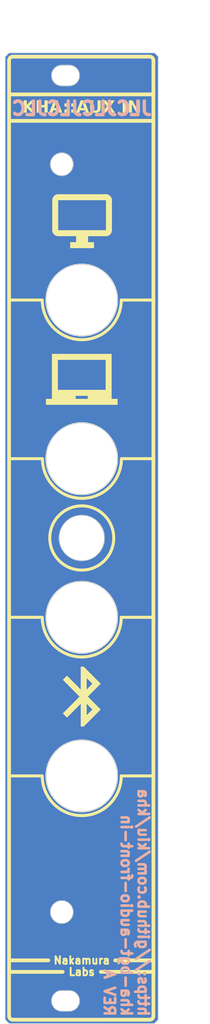
<source format=kicad_pcb>
(kicad_pcb (version 20221018) (generator pcbnew)
  (layers (0 "F.Cu" signal) (31 "B.Cu" signal) (34 "B.Paste" user) (35 "F.Paste" user) (36 "B.SilkS" user "B.Silkscreen") (37 "F.SilkS" user "F.Silkscreen") (38 "B.Mask" user) (39 "F.Mask" user) (44 "Edge.Cuts" user))
  (net 0 "")
  (gr_line (start 64.75 98.5) (end 60.5 98.5) (stroke (width 0.4)) (layer "F.SilkS"))
  (gr_arc (start 79.525 151.275001) (mid 79.378553 151.628554) (end 79.025 151.775001) (stroke (width 0.5)) (layer "F.SilkS"))
  (gr_line (start 67.46 145.441) (end 60.348 145.441) (stroke (width 0.5)) (layer "F.SilkS"))
  (gr_arc (start 75.25 98.5) (mid 70 103.75) (end 64.75 98.5) (stroke (width 0.4)) (layer "F.SilkS"))
  (gr_line (start 65.555 143.917) (end 60.348 143.917) (stroke (width 0.5)) (layer "F.SilkS"))
  (gr_line (start 79.525 24.774999) (end 79.525 151.275001) (stroke (width 0.5)) (layer "F.SilkS"))
  (gr_line (start 79.5 98.5) (end 75.25 98.5) (stroke (width 0.4)) (layer "F.SilkS"))
  (gr_line (start 64.772944 77.5) (end 60.522944 77.5) (stroke (width 0.4)) (layer "F.SilkS"))
  (gr_circle (center 70 88) (end 74.25 88) (stroke (width 0.4)) (fill none) (layer "F.SilkS"))
  (gr_line (start 79.525 143.917) (end 74.445 143.917) (stroke (width 0.5)) (layer "F.SilkS"))
  (gr_line (start 79.5 119.5) (end 75.25 119.5) (stroke (width 0.4)) (layer "F.SilkS"))
  (gr_poly (pts (xy 73.96875 69.579688) (xy 74.7625 69.579688) (xy 74.7625 70.373438) (xy 65.2375 70.373438) (xy 65.2375 69.579688) (xy 66.03125 69.579688) (xy 66.03125 69.182813) (xy 69.20625 69.182813) (xy 69.20625 69.579688) (xy 70.79375 69.579688) (xy 70.79375 69.182813) (xy 69.20625 69.182813) (xy 66.03125 69.182813) (xy 66.03125 64.420313) (xy 66.825 64.420313) (xy 66.825 68.389063) (xy 73.175 68.389063) (xy 73.175 64.420313) (xy 66.825 64.420313) (xy 66.03125 64.420313) (xy 66.03125 63.626563) (xy 73.96875 63.626563)) (fill solid) (layer "F.SilkS"))
  (gr_line (start 79.522944 77.5) (end 75.272944 77.5) (stroke (width 0.4)) (layer "F.SilkS"))
  (gr_line (start 64.75 119.5) (end 60.5 119.5) (stroke (width 0.4)) (layer "F.SilkS"))
  (gr_arc (start 60.340001 24.774999) (mid 60.486448 24.421447) (end 60.84 24.275) (stroke (width 0.5)) (layer "F.SilkS"))
  (gr_line (start 64.75 56.5) (end 60.5 56.5) (stroke (width 0.4)) (layer "F.SilkS"))
  (gr_arc (start 75.25 56.5) (mid 70 61.75) (end 64.75 56.5) (stroke (width 0.4)) (layer "F.SilkS"))
  (gr_arc (start 75.272944 77.5) (mid 70.022944 82.75) (end 64.772944 77.5) (stroke (width 0.4)) (layer "F.SilkS"))
  (gr_line (start 60.34 151.275) (end 60.34 24.775) (stroke (width 0.5)) (layer "F.SilkS"))
  (gr_arc (start 79.025 24.274999) (mid 79.378553 24.421446) (end 79.525 24.774999) (stroke (width 0.5)) (layer "F.SilkS"))
  (gr_line (start 60.84 24.275) (end 79.025 24.274999) (stroke (width 0.5)) (layer "F.SilkS"))
  (gr_poly (pts (xy 72.520157 107.293437) (xy 70.813594 109) (xy 72.520157 110.706563) (xy 70.257969 112.96875) (xy 69.861094 112.96875) (xy 69.861094 109.9525) (xy 70.654844 109.9525) (xy 70.654844 111.440781) (xy 71.408906 110.706563) (xy 70.654844 109.9525) (xy 69.861094 109.9525) (xy 68.035469 111.778124) (xy 67.479844 111.222499) (xy 69.702344 109) (xy 67.479844 106.7775) (xy 68.035469 106.221875) (xy 69.861094 108.0475) (xy 69.861094 106.559219) (xy 70.654844 106.559219) (xy 70.654844 108.0475) (xy 71.408906 107.293437) (xy 70.654844 106.559219) (xy 69.861094 106.559219) (xy 69.861094 105.03125) (xy 70.257969 105.03125)) (fill solid) (layer "F.SilkS"))
  (gr_arc (start 75.25 119.5) (mid 70 124.75) (end 64.75 119.5) (stroke (width 0.4)) (layer "F.SilkS"))
  (gr_line (start 79.025 151.775001) (end 60.84 151.775) (stroke (width 0.5)) (layer "F.SilkS"))
  (gr_line (start 60.34 29.275) (end 79.525 29.275) (stroke (width 0.5)) (layer "F.SilkS"))
  (gr_poly (pts (xy 73.259309 42.48841) (xy 73.299132 42.491142) (xy 73.338219 42.495696) (xy 73.376569 42.502072) (xy 73.414183 42.510269) (xy 73.451061 42.520288) (xy 73.487202 42.532128) (xy 73.522607 42.54579) (xy 73.557275 42.561273) (xy 73.591208 42.578579) (xy 73.624403 42.597705) (xy 73.656862 42.618654) (xy 73.688585 42.641424) (xy 73.719572 42.666015) (xy 73.749822 42.692428) (xy 73.779336 42.720663) (xy 73.80757 42.750177) (xy 73.833984 42.780427) (xy 73.858575 42.811413) (xy 73.881345 42.843136) (xy 73.902293 42.875595) (xy 73.92142 42.908791) (xy 73.938725 42.942723) (xy 73.954209 42.977392) (xy 73.967871 43.012796) (xy 73.979711 43.048938) (xy 73.98973 43.085815) (xy 73.997927 43.123429) (xy 74.004303 43.16178) (xy 74.008857 43.200866) (xy 74.011589 43.240689) (xy 74.0125 43.281249) (xy 74.0125 47.249999) (xy 74.011589 47.290558) (xy 74.008857 47.330381) (xy 74.004303 47.369468) (xy 73.997927 47.407819) (xy 73.98973 47.445433) (xy 73.979711 47.48231) (xy 73.967871 47.518452) (xy 73.954209 47.553856) (xy 73.938725 47.588525) (xy 73.92142 47.622457) (xy 73.902293 47.655653) (xy 73.881345 47.688112) (xy 73.858575 47.719835) (xy 73.833984 47.750821) (xy 73.80757 47.781071) (xy 73.779336 47.810585) (xy 73.749822 47.83882) (xy 73.719572 47.865233) (xy 73.688585 47.889824) (xy 73.656862 47.912594) (xy 73.624403 47.933542) (xy 73.591208 47.952669) (xy 73.557275 47.969974) (xy 73.522607 47.985458) (xy 73.487202 47.99912) (xy 73.451061 48.01096) (xy 73.414183 48.020979) (xy 73.376569 48.029176) (xy 73.338219 48.035552) (xy 73.299132 48.040106) (xy 73.259309 48.042838) (xy 73.21875 48.043749) (xy 70.8375 48.043749) (xy 70.8375 48.837498) (xy 71.63125 48.837498) (xy 71.63125 49.631248) (xy 68.45625 49.631248) (xy 68.45625 48.837498) (xy 69.25 48.837498) (xy 69.25 48.043749) (xy 66.86875 48.043749) (xy 66.82819 48.042838) (xy 66.788367 48.040106) (xy 66.74928 48.035552) (xy 66.71093 48.029176) (xy 66.673316 48.020979) (xy 66.636439 48.01096) (xy 66.600297 47.99912) (xy 66.564893 47.985458) (xy 66.530224 47.969974) (xy 66.496292 47.952669) (xy 66.463096 47.933542) (xy 66.430637 47.912594) (xy 66.398914 47.889824) (xy 66.367928 47.865233) (xy 66.337678 47.83882) (xy 66.308164 47.810585) (xy 66.279929 47.781071) (xy 66.253516 47.750821) (xy 66.228925 47.719835) (xy 66.206155 47.688112) (xy 66.185206 47.655653) (xy 66.16608 47.622457) (xy 66.148775 47.588525) (xy 66.133291 47.553856) (xy 66.119629 47.518452) (xy 66.107789 47.48231) (xy 66.09777 47.445433) (xy 66.089573 47.407819) (xy 66.083197 47.369468) (xy 66.078643 47.330381) (xy 66.075911 47.290558) (xy 66.075 47.249999) (xy 66.075 43.281249) (xy 66.86875 43.281249) (xy 66.86875 47.249999) (xy 73.21875 47.249999) (xy 73.21875 43.281249) (xy 66.86875 43.281249) (xy 66.075 43.281249) (xy 66.075911 43.240689) (xy 66.078643 43.200866) (xy 66.083197 43.16178) (xy 66.089573 43.123429) (xy 66.09777 43.085815) (xy 66.107789 43.048938) (xy 66.119629 43.012796) (xy 66.133291 42.977392) (xy 66.148775 42.942723) (xy 66.16608 42.908791) (xy 66.185206 42.875595) (xy 66.206155 42.843136) (xy 66.228925 42.811413) (xy 66.253516 42.780427) (xy 66.279929 42.750177) (xy 66.308164 42.720663) (xy 66.337678 42.692428) (xy 66.367928 42.666015) (xy 66.398914 42.641424) (xy 66.430637 42.618654) (xy 66.463096 42.597705) (xy 66.496292 42.578579) (xy 66.530224 42.561273) (xy 66.564893 42.54579) (xy 66.600297 42.532128) (xy 66.636439 42.520288) (xy 66.673316 42.510269) (xy 66.71093 42.502072) (xy 66.74928 42.495696) (xy 66.788367 42.491142) (xy 66.82819 42.48841) (xy 66.86875 42.487499) (xy 73.21875 42.487499)) (fill solid) (layer "F.SilkS"))
  (gr_arc (start 60.84 151.775) (mid 60.486447 151.628553) (end 60.34 151.275) (stroke (width 0.5)) (layer "F.SilkS"))
  (gr_line (start 79.5 56.5) (end 75.25 56.5) (stroke (width 0.4)) (layer "F.SilkS"))
  (gr_line (start 60.34 32.775) (end 79.525 32.775) (stroke (width 0.5)) (layer "F.SilkS"))
  (gr_line (start 79.525 145.441) (end 72.54 145.441) (stroke (width 0.5)) (layer "F.SilkS"))
  (gr_line (start 59.84 151.775) (end 59.84 24.275) (stroke (width 0.05)) (layer "Edge.Cuts"))
  (gr_line (start 59.84 24.275) (end 60.34 23.775) (stroke (width 0.05)) (layer "Edge.Cuts"))
  (gr_line (start 67.34 28.125) (end 68.34 28.125) (stroke (width 0.1)) (layer "Edge.Cuts"))
  (gr_arc (start 68.34 25.425) (mid 69.69 26.775) (end 68.34 28.125) (stroke (width 0.1)) (layer "Edge.Cuts"))
  (gr_line (start 67.34 147.925) (end 68.34 147.925) (stroke (width 0.1)) (layer "Edge.Cuts"))
  (gr_arc (start 68.34 147.925) (mid 69.69 149.275) (end 68.34 150.625) (stroke (width 0.1)) (layer "Edge.Cuts"))
  (gr_line (start 60.34 23.775) (end 79.66 23.775) (stroke (width 0.05)) (layer "Edge.Cuts"))
  (gr_circle (center 70 56.5) (end 74.75 56.5) (stroke (width 0.15)) (fill none) (layer "Edge.Cuts"))
  (gr_arc (start 67.34 28.125) (mid 65.99 26.775) (end 67.34 25.425) (stroke (width 0.1)) (layer "Edge.Cuts"))
  (gr_circle (center 70 119.5) (end 74.75 119.5) (stroke (width 0.15)) (fill none) (layer "Edge.Cuts"))
  (gr_line (start 79.66 23.775) (end 80.16 24.275) (stroke (width 0.05)) (layer "Edge.Cuts"))
  (gr_circle (center 70 88) (end 70 91) (stroke (width 0.1)) (fill none) (layer "Edge.Cuts"))
  (gr_circle (center 70 77.5) (end 74.75 77.5) (stroke (width 0.15)) (fill none) (layer "Edge.Cuts"))
  (gr_line (start 67.34 150.625) (end 68.34 150.625) (stroke (width 0.1)) (layer "Edge.Cuts"))
  (gr_line (start 67.34 25.425) (end 68.34 25.425) (stroke (width 0.1)) (layer "Edge.Cuts"))
  (gr_line (start 79.66 152.275) (end 80.16 151.775) (stroke (width 0.05)) (layer "Edge.Cuts"))
  (gr_circle (center 67.34 137.525) (end 68.84 137.525) (stroke (width 0.1)) (fill none) (layer "Edge.Cuts"))
  (gr_line (start 80.16 24.275) (end 80.16 151.775) (stroke (width 0.05)) (layer "Edge.Cuts"))
  (gr_line (start 79.66 152.275) (end 60.34 152.275) (stroke (width 0.05)) (layer "Edge.Cuts"))
  (gr_line (start 59.84 151.775) (end 60.34 152.275) (stroke (width 0.05)) (layer "Edge.Cuts"))
  (gr_arc (start 67.34 150.625) (mid 65.99 149.275) (end 67.34 147.925) (stroke (width 0.1)) (layer "Edge.Cuts"))
  (gr_circle (center 70 98.5) (end 74.75 98.5) (stroke (width 0.15)) (fill none) (layer "Edge.Cuts"))
  (gr_circle (center 67.34 38.525) (end 68.84 38.525) (stroke (width 0.1)) (fill none) (layer "Edge.Cuts"))
  (gr_text "JLCJLCJLCJLC" (at 70 31.141) (layer "B.SilkS") (effects (font (size 1.8 1.8) (thickness 0.45) bold) (justify mirror)))
  (gr_text "https://github.com/kiu/kha\nkha-bgt-audio-front-in\nREV A" (at 79 151.5 270) (layer "B.SilkS") (effects (font (size 1.4 1.4) (thickness 0.35) bold) (justify left top mirror)))
  (gr_text "KHA::AUX IN" (at 70 31.025) (layer "F.SilkS") (effects (font (size 1.6 1.6) (thickness 0.25) bold)))
  (gr_text "Nakamura" (at 70 143.917) (layer "F.SilkS") (effects (font (size 1 1) (thickness 0.25))))
  (gr_text "Labs" (at 70 145.441) (layer "F.SilkS") (effects (font (size 1 1) (thickness 0.25))))
  (zone (net 0) (net_name "") (layers "F&B.Cu") (connect_pads (clearance 0.508)) (min_thickness 0.254) (fill yes (thermal_gap 0.508) (thermal_bridge_width 0.508) (island_removal_mode 1) (island_area_min 10))
    (polygon (pts (xy 80.16 152.275) (xy 59.84 152.275) (xy 59.84 23.775) (xy 80.16 23.775)))
  )
)
</source>
